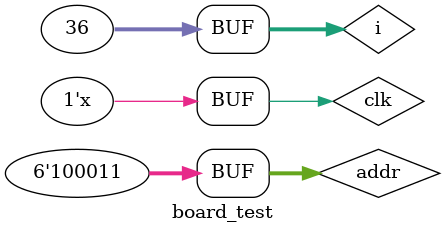
<source format=v>
`timescale 1ns / 1ps

module board_test;

    // Inputs
    reg clk;
    reg [5:0] addr;

    // Outputs
    wire [2:0] r;
    wire [2:0] g;
    wire [1:0] b;
  
  integer i;

    // Instantiate the Unit Under Test (UUT)
    board uut (
        .clk(clk), 
        .addr(addr), 
        .r(r), 
        .g(g), 
        .b(b)
    );

    initial begin
        // Initialize Inputs
        clk = 0;
        addr = 0;

        // Wait 100 ns for global reset to finish
        #100;
        
        // Add stimulus here
    for (i = 0; i < 36; i = i + 1) begin
      addr = i;
      #10;
    end

    end
  
  always #5 clk <= ~clk;
endmodule


</source>
